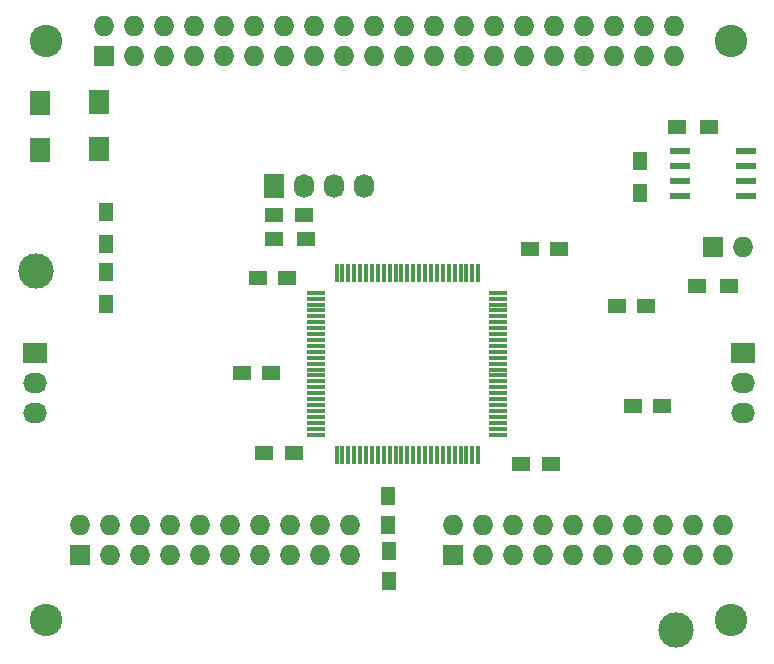
<source format=gbr>
G04 #@! TF.FileFunction,Soldermask,Top*
%FSLAX46Y46*%
G04 Gerber Fmt 4.6, Leading zero omitted, Abs format (unit mm)*
G04 Created by KiCad (PCBNEW 4.0.1-stable) date 5/21/2016 11:07:08 PM*
%MOMM*%
G01*
G04 APERTURE LIST*
%ADD10C,0.150000*%
%ADD11R,0.300000X1.500000*%
%ADD12R,1.500000X0.300000*%
%ADD13R,1.700000X2.000000*%
%ADD14R,2.032000X1.727200*%
%ADD15O,2.032000X1.727200*%
%ADD16R,1.727200X1.727200*%
%ADD17O,1.727200X1.727200*%
%ADD18R,1.500000X1.250000*%
%ADD19R,1.500000X1.300000*%
%ADD20R,1.300000X1.500000*%
%ADD21R,1.250000X1.500000*%
%ADD22C,3.000000*%
%ADD23C,2.750000*%
%ADD24R,1.651000X0.599440*%
%ADD25R,1.727200X2.032000*%
%ADD26O,1.727200X2.032000*%
G04 APERTURE END LIST*
D10*
D11*
X40098000Y-23105000D03*
X39598000Y-23105000D03*
X39098000Y-23105000D03*
X38598000Y-23105000D03*
X38098000Y-23105000D03*
X37598000Y-23105000D03*
X37098000Y-23105000D03*
X36598000Y-23105000D03*
X36098000Y-23105000D03*
X35598000Y-23105000D03*
X35098000Y-23105000D03*
X34598000Y-23105000D03*
X34098000Y-23105000D03*
X33598000Y-23105000D03*
X33098000Y-23105000D03*
X32598000Y-23105000D03*
X32098000Y-23105000D03*
X31598000Y-23105000D03*
X31098000Y-23105000D03*
X30598000Y-23105000D03*
X30098000Y-23105000D03*
X29598000Y-23105000D03*
X29098000Y-23105000D03*
X28598000Y-23105000D03*
X28098000Y-23105000D03*
D12*
X26398000Y-24805000D03*
X26398000Y-25305000D03*
X26398000Y-25805000D03*
X26398000Y-26305000D03*
X26398000Y-26805000D03*
X26398000Y-27305000D03*
X26398000Y-27805000D03*
X26398000Y-28305000D03*
X26398000Y-28805000D03*
X26398000Y-29305000D03*
X26398000Y-29805000D03*
X26398000Y-30305000D03*
X26398000Y-30805000D03*
X26398000Y-31305000D03*
X26398000Y-31805000D03*
X26398000Y-32305000D03*
X26398000Y-32805000D03*
X26398000Y-33305000D03*
X26398000Y-33805000D03*
X26398000Y-34305000D03*
X26398000Y-34805000D03*
X26398000Y-35305000D03*
X26398000Y-35805000D03*
X26398000Y-36305000D03*
X26398000Y-36805000D03*
D11*
X28098000Y-38505000D03*
X28598000Y-38505000D03*
X29098000Y-38505000D03*
X29598000Y-38505000D03*
X30098000Y-38505000D03*
X30598000Y-38505000D03*
X31098000Y-38505000D03*
X31598000Y-38505000D03*
X32098000Y-38505000D03*
X32598000Y-38505000D03*
X33098000Y-38505000D03*
X33598000Y-38505000D03*
X34098000Y-38505000D03*
X34598000Y-38505000D03*
X35098000Y-38505000D03*
X35598000Y-38505000D03*
X36098000Y-38505000D03*
X36598000Y-38505000D03*
X37098000Y-38505000D03*
X37598000Y-38505000D03*
X38098000Y-38505000D03*
X38598000Y-38505000D03*
X39098000Y-38505000D03*
X39598000Y-38505000D03*
X40098000Y-38505000D03*
D12*
X41798000Y-36805000D03*
X41798000Y-36305000D03*
X41798000Y-35805000D03*
X41798000Y-35305000D03*
X41798000Y-34805000D03*
X41798000Y-34305000D03*
X41798000Y-33805000D03*
X41798000Y-33305000D03*
X41798000Y-32805000D03*
X41798000Y-32305000D03*
X41798000Y-31805000D03*
X41798000Y-31305000D03*
X41798000Y-30805000D03*
X41798000Y-30305000D03*
X41798000Y-29805000D03*
X41798000Y-29305000D03*
X41798000Y-28805000D03*
X41798000Y-28305000D03*
X41798000Y-27805000D03*
X41798000Y-27305000D03*
X41798000Y-26805000D03*
X41798000Y-26305000D03*
X41798000Y-25805000D03*
X41798000Y-25305000D03*
X41798000Y-24805000D03*
D13*
X3000000Y-8700000D03*
X3000000Y-12700000D03*
X8001000Y-8668000D03*
X8001000Y-12668000D03*
D14*
X62546000Y-29916000D03*
D15*
X62546000Y-32456000D03*
X62546000Y-34996000D03*
D14*
X2602000Y-29916000D03*
D15*
X2602000Y-32456000D03*
X2602000Y-34996000D03*
D16*
X6361200Y-47035600D03*
D17*
X6361200Y-44495600D03*
X8901200Y-47035600D03*
X8901200Y-44495600D03*
X11441200Y-47035600D03*
X11441200Y-44495600D03*
X13981200Y-47035600D03*
X13981200Y-44495600D03*
X16521200Y-47035600D03*
X16521200Y-44495600D03*
X19061200Y-47035600D03*
X19061200Y-44495600D03*
X21601200Y-47035600D03*
X21601200Y-44495600D03*
X24141200Y-47035600D03*
X24141200Y-44495600D03*
X26681200Y-47035600D03*
X26681200Y-44495600D03*
X29221200Y-47035600D03*
X29221200Y-44495600D03*
D16*
X37958800Y-47035600D03*
D17*
X37958800Y-44495600D03*
X40498800Y-47035600D03*
X40498800Y-44495600D03*
X43038800Y-47035600D03*
X43038800Y-44495600D03*
X45578800Y-47035600D03*
X45578800Y-44495600D03*
X48118800Y-47035600D03*
X48118800Y-44495600D03*
X50658800Y-47035600D03*
X50658800Y-44495600D03*
X53198800Y-47035600D03*
X53198800Y-44495600D03*
X55738800Y-47035600D03*
X55738800Y-44495600D03*
X58278800Y-47035600D03*
X58278800Y-44495600D03*
X60818800Y-47035600D03*
X60818800Y-44495600D03*
D18*
X25315000Y-18232000D03*
X22815000Y-18232000D03*
X54336000Y-25908000D03*
X51836000Y-25908000D03*
X24491000Y-38354000D03*
X21991000Y-38354000D03*
D19*
X25542000Y-20264000D03*
X22842000Y-20264000D03*
D20*
X8545600Y-25728800D03*
X8545600Y-23028800D03*
X8545600Y-20699600D03*
X8545600Y-17999600D03*
D18*
X43719200Y-39263200D03*
X46219200Y-39263200D03*
X44470000Y-21082000D03*
X46970000Y-21082000D03*
X55668000Y-34361000D03*
X53168000Y-34361000D03*
D21*
X32447000Y-44501000D03*
X32447000Y-42001000D03*
X32574000Y-49200000D03*
X32574000Y-46700000D03*
D18*
X20086000Y-31623000D03*
X22586000Y-31623000D03*
X21418000Y-23566000D03*
X23918000Y-23566000D03*
D22*
X56834000Y-53396000D03*
X2667000Y-22987000D03*
D16*
X59942500Y-20899000D03*
D17*
X62482500Y-20899000D03*
D16*
X8370000Y-4770000D03*
D17*
X8370000Y-2230000D03*
X10910000Y-4770000D03*
X10910000Y-2230000D03*
X13450000Y-4770000D03*
X13450000Y-2230000D03*
X15990000Y-4770000D03*
X15990000Y-2230000D03*
X18530000Y-4770000D03*
X18530000Y-2230000D03*
X21070000Y-4770000D03*
X21070000Y-2230000D03*
X23610000Y-4770000D03*
X23610000Y-2230000D03*
X26150000Y-4770000D03*
X26150000Y-2230000D03*
X28690000Y-4770000D03*
X28690000Y-2230000D03*
X31230000Y-4770000D03*
X31230000Y-2230000D03*
X33770000Y-4770000D03*
X33770000Y-2230000D03*
X36310000Y-4770000D03*
X36310000Y-2230000D03*
X38850000Y-4770000D03*
X38850000Y-2230000D03*
X41390000Y-4770000D03*
X41390000Y-2230000D03*
X43930000Y-4770000D03*
X43930000Y-2230000D03*
X46470000Y-4770000D03*
X46470000Y-2230000D03*
X49010000Y-4770000D03*
X49010000Y-2230000D03*
X51550000Y-4770000D03*
X51550000Y-2230000D03*
X54090000Y-4770000D03*
X54090000Y-2230000D03*
X56630000Y-4770000D03*
X56630000Y-2230000D03*
D23*
X3500000Y-3500000D03*
X61500000Y-3500000D03*
X3500000Y-52500000D03*
X61500000Y-52500000D03*
D19*
X61356000Y-24264500D03*
X58656000Y-24264500D03*
D20*
X53783000Y-16343500D03*
X53783000Y-13643500D03*
D19*
X59641500Y-10739000D03*
X56941500Y-10739000D03*
D24*
X57212000Y-16581000D03*
X62800000Y-16581000D03*
X57212000Y-15311000D03*
X57212000Y-14041000D03*
X57212000Y-12771000D03*
X62800000Y-15311000D03*
X62800000Y-14041000D03*
X62800000Y-12771000D03*
D25*
X22834600Y-15748000D03*
D26*
X25374600Y-15748000D03*
X27914600Y-15748000D03*
X30454600Y-15748000D03*
M02*

</source>
